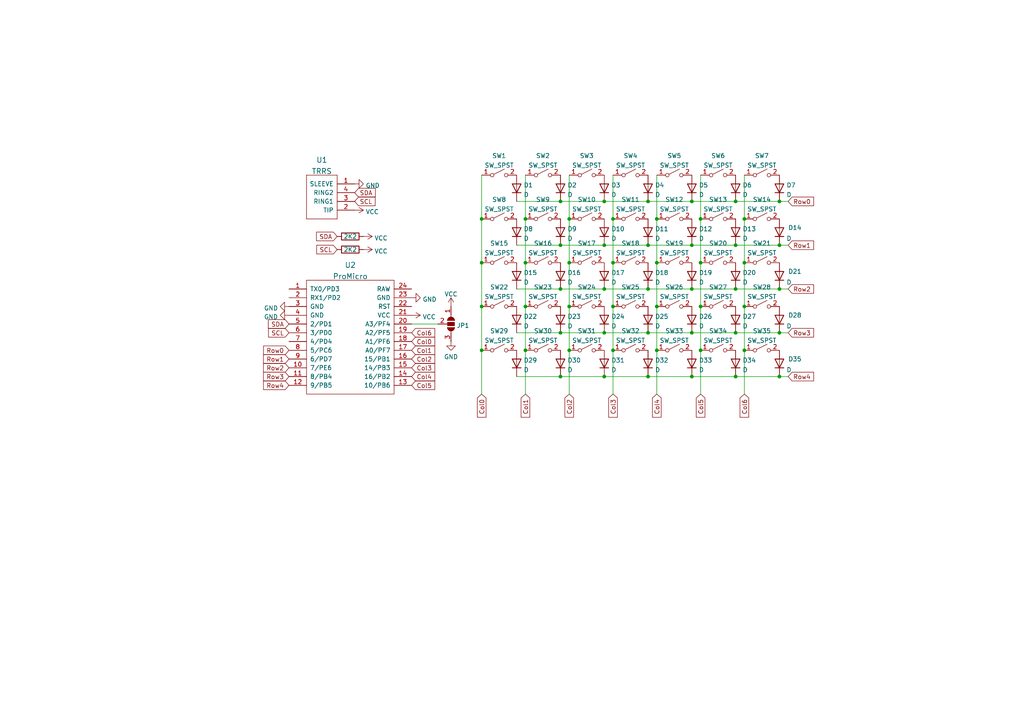
<source format=kicad_sch>
(kicad_sch (version 20211123) (generator eeschema)
  (paper "A4")
  (title_block (title "OK35 Public Release") (date "2022-03-10") (rev "0.1.2") (company "moth.monster"))
  (lib_symbols
    (symbol "Device:D" (pin_numbers hide) (pin_names (offset 1.016) hide)
      (property "Reference" "D" (at 0 2.54 0))
      (property "Value" "D" (at 0 -2.54 0))
      (symbol "D_0_1"
        (polyline (pts (xy -1.27 1.27) (xy -1.27 -1.27)) (stroke (width 0.254)))
        (polyline (pts (xy 1.27 0) (xy -1.27 0)))
        (polyline (pts (xy 1.27 1.27) (xy 1.27 -1.27) (xy -1.27 0) (xy 1.27 1.27)) (stroke (width 0.254)))
      )
      (symbol "D_1_1"
        (pin passive line (at -3.81 0 0) (length 2.54) (name "K") (number "1"))
        (pin passive line (at 3.81 0 180) (length 2.54) (name "A") (number "2"))
      )
    )
    (symbol "Device:R" (pin_numbers hide) (pin_names (offset 0))
      (property "Reference" "R" (at 2.032 0 90))
      (property "Value" "R" (at 0 0 90))
      (symbol "R_0_1"
        (rectangle (start -1.016 -2.54) (end 1.016 2.54) (stroke (width 0.254)))
      )
      (symbol "R_1_1"
        (pin passive line (at 0 3.81 270) (length 1.27) (name "~") (number "1"))
        (pin passive line (at 0 -3.81 90) (length 1.27) (name "~") (number "2"))
      )
    )
    (symbol "Jumper:SolderJumper_3_Open" (pin_names (offset 0) hide)
      (property "Reference" "JP" (at -2.54 -2.54 0))
      (property "Value" "SolderJumper_3_Open" (at 0 2.794 0))
      (symbol "SolderJumper_3_Open_0_1"
        (arc (start -1.016 1.016) (mid -2.032 0) (end -1.016 -1.016))
        (arc (start -1.016 1.016) (mid -2.032 0) (end -1.016 -1.016) (fill (type outline)))
        (rectangle (start -0.508 1.016) (end 0.508 -1.016) (fill (type outline)))
        (polyline (pts (xy -2.54 0) (xy -2.032 0)))
        (polyline (pts (xy -1.016 1.016) (xy -1.016 -1.016)))
        (polyline (pts (xy 0 -1.27) (xy 0 -1.016)))
        (polyline (pts (xy 1.016 1.016) (xy 1.016 -1.016)))
        (polyline (pts (xy 2.54 0) (xy 2.032 0)))
        (arc (start 1.016 -1.016) (mid 2.032 0) (end 1.016 1.016))
        (arc (start 1.016 -1.016) (mid 2.032 0) (end 1.016 1.016) (fill (type outline)))
      )
      (symbol "SolderJumper_3_Open_1_1"
        (pin passive line (at -5.08 0 0) (length 2.54) (name "A") (number "1"))
        (pin passive line (at 0 -3.81 90) (length 2.54) (name "C") (number "2"))
        (pin passive line (at 5.08 0 180) (length 2.54) (name "B") (number "3"))
      )
    )
    (symbol "Switch:SW_SPST" (pin_names (offset 0) hide)
      (property "Reference" "SW" (at 0 3.175 0))
      (property "Value" "SW_SPST" (at 0 -2.54 0))
      (symbol "SW_SPST_0_0"
        (circle (center -2.032 0) (radius 0.508))
        (polyline (pts (xy -1.524 0.254) (xy 1.524 1.778)))
        (circle (center 2.032 0) (radius 0.508))
      )
      (symbol "SW_SPST_1_1"
        (pin passive line (at -5.08 0 0) (length 2.54) (name "A") (number "1"))
        (pin passive line (at 5.08 0 180) (length 2.54) (name "B") (number "2"))
      )
    )
    (symbol "keebio:ProMicro" (pin_names (offset 1.016))
      (property "Reference" "U" (at 0 0 0))
      (property "Value" "ProMicro" (at 0 -19.05 0))
      (symbol "ProMicro_0_1"
        (rectangle (start -12.7 -16.51) (end 12.7 16.51))
      )
      (symbol "ProMicro_1_1"
        (pin input line (at -17.78 13.97 0) (length 5.08) (name "TX0/PD3") (number "1"))
        (pin input line (at -17.78 -8.89 0) (length 5.08) (name "7/PE6") (number "10"))
        (pin input line (at -17.78 -11.43 0) (length 5.08) (name "8/PB4") (number "11"))
        (pin input line (at -17.78 -13.97 0) (length 5.08) (name "9/PB5") (number "12"))
        (pin input line (at 17.78 -13.97 180) (length 5.08) (name "10/PB6") (number "13"))
        (pin input line (at 17.78 -11.43 180) (length 5.08) (name "16/PB2") (number "14"))
        (pin input line (at 17.78 -8.89 180) (length 5.08) (name "14/PB3") (number "15"))
        (pin input line (at 17.78 -6.35 180) (length 5.08) (name "15/PB1") (number "16"))
        (pin input line (at 17.78 -3.81 180) (length 5.08) (name "A0/PF7") (number "17"))
        (pin input line (at 17.78 -1.27 180) (length 5.08) (name "A1/PF6") (number "18"))
        (pin input line (at 17.78 1.27 180) (length 5.08) (name "A2/PF5") (number "19"))
        (pin input line (at -17.78 11.43 0) (length 5.08) (name "RX1/PD2") (number "2"))
        (pin input line (at 17.78 3.81 180) (length 5.08) (name "A3/PF4") (number "20"))
        (pin input line (at 17.78 6.35 180) (length 5.08) (name "VCC") (number "21"))
        (pin input line (at 17.78 8.89 180) (length 5.08) (name "RST") (number "22"))
        (pin input line (at 17.78 11.43 180) (length 5.08) (name "GND") (number "23"))
        (pin input line (at 17.78 13.97 180) (length 5.08) (name "RAW") (number "24"))
        (pin input line (at -17.78 8.89 0) (length 5.08) (name "GND") (number "3"))
        (pin input line (at -17.78 6.35 0) (length 5.08) (name "GND") (number "4"))
        (pin input line (at -17.78 3.81 0) (length 5.08) (name "2/PD1") (number "5"))
        (pin input line (at -17.78 1.27 0) (length 5.08) (name "3/PD0") (number "6"))
        (pin input line (at -17.78 -1.27 0) (length 5.08) (name "4/PD4") (number "7"))
        (pin input line (at -17.78 -3.81 0) (length 5.08) (name "5/PC6") (number "8"))
        (pin input line (at -17.78 -6.35 0) (length 5.08) (name "6/PD7") (number "9"))
      )
    )
    (symbol "keebio:TRRS" (pin_names (offset 1.016))
      (property "Reference" "U" (at 0 15.24 0))
      (property "Value" "TRRS" (at 0 -2.54 0))
      (symbol "TRRS_0_1"
        (rectangle (start -3.81 0) (end -3.81 12.7))
        (rectangle (start -3.81 12.7) (end 5.08 12.7))
        (rectangle (start 5.08 0) (end -3.81 0))
        (rectangle (start 5.08 12.7) (end 5.08 0))
      )
      (symbol "TRRS_1_1"
        (pin input line (at -8.89 2.54 0) (length 5.08) (name "SLEEVE") (number "1"))
        (pin input line (at -8.89 10.16 0) (length 5.08) (name "TIP") (number "2"))
        (pin input line (at -8.89 7.62 0) (length 5.08) (name "RING1") (number "3"))
        (pin input line (at -8.89 5.08 0) (length 5.08) (name "RING2") (number "4"))
      )
    )
    (symbol "power:GND" (power) (pin_names (offset 0))
      (property "Value" "GND" (at 0 -3.81 0))
      (symbol "GND_0_1"
        (polyline (pts (xy 0 0) (xy 0 -1.27) (xy 1.27 -1.27) (xy 0 -2.54) (xy -1.27 -1.27) (xy 0 -1.27)))
      )
      (symbol "GND_1_1"
        (pin power_in line (at 0 0 270) (length 0) hide (name "GND") (number "1"))
      )
    )
    (symbol "power:VCC" (power) (pin_names (offset 0))
      (property "Value" "VCC" (at 0 3.81 0))
      (symbol "VCC_0_1"
        (polyline (pts (xy -0.762 1.27) (xy 0 2.54)))
        (polyline (pts (xy 0 0) (xy 0 2.54)))
        (polyline (pts (xy 0 2.54) (xy 0.762 1.27)))
      )
      (symbol "VCC_1_1"
        (pin power_in line (at 0 0 90) (length 0) hide (name "VCC") (number "1"))
      )
    )
  )
  (junction (at 139.7 63.5))
  (junction (at 162.56 83.82))
  (junction (at 200.66 109.22))
  (junction (at 200.66 71.12))
  (junction (at 213.36 71.12))
  (junction (at 165.1 63.5))
  (junction (at 190.5 101.6))
  (junction (at 162.56 109.22))
  (junction (at 177.8 88.9))
  (junction (at 200.66 58.42))
  (junction (at 177.8 63.5))
  (junction (at 152.4 101.6))
  (junction (at 203.2 88.9))
  (junction (at 226.06 109.22))
  (junction (at 190.5 88.9))
  (junction (at 139.7 88.9))
  (junction (at 139.7 76.2))
  (junction (at 203.2 101.6))
  (junction (at 175.26 58.42))
  (junction (at 165.1 76.2))
  (junction (at 215.9 76.2))
  (junction (at 190.5 63.5))
  (junction (at 226.06 96.52))
  (junction (at 177.8 101.6))
  (junction (at 215.9 88.9))
  (junction (at 213.36 109.22))
  (junction (at 175.26 83.82))
  (junction (at 177.8 76.2))
  (junction (at 226.06 83.82))
  (junction (at 152.4 63.5))
  (junction (at 175.26 71.12))
  (junction (at 152.4 88.9))
  (junction (at 139.7 101.6))
  (junction (at 162.56 71.12))
  (junction (at 175.26 109.22))
  (junction (at 187.96 58.42))
  (junction (at 165.1 88.9))
  (junction (at 187.96 71.12))
  (junction (at 213.36 83.82))
  (junction (at 213.36 96.52))
  (junction (at 162.56 58.42))
  (junction (at 213.36 58.42))
  (junction (at 226.06 71.12))
  (junction (at 203.2 76.2))
  (junction (at 215.9 101.6))
  (junction (at 187.96 96.52))
  (junction (at 200.66 83.82))
  (junction (at 162.56 96.52))
  (junction (at 203.2 63.5))
  (junction (at 165.1 101.6))
  (junction (at 226.06 58.42))
  (junction (at 200.66 96.52))
  (junction (at 187.96 109.22))
  (junction (at 175.26 96.52))
  (junction (at 152.4 76.2))
  (junction (at 187.96 83.82))
  (junction (at 215.9 63.5))
  (junction (at 190.5 76.2))
  (wire (pts (xy 165.1 63.5) (xy 165.1 76.2)))
  (wire (pts (xy 165.1 101.6) (xy 165.1 114.3)))
  (wire (pts (xy 215.9 63.5) (xy 215.9 76.2)))
  (wire (pts (xy 175.26 71.12) (xy 187.96 71.12)))
  (wire (pts (xy 200.66 58.42) (xy 213.36 58.42)))
  (wire (pts (xy 215.9 76.2) (xy 215.9 88.9)))
  (wire (pts (xy 187.96 96.52) (xy 200.66 96.52)))
  (wire (pts (xy 119.38 93.98) (xy 127 93.98)))
  (wire (pts (xy 152.4 88.9) (xy 152.4 101.6)))
  (wire (pts (xy 165.1 76.2) (xy 165.1 88.9)))
  (wire (pts (xy 215.9 101.6) (xy 215.9 114.3)))
  (wire (pts (xy 213.36 83.82) (xy 226.06 83.82)))
  (wire (pts (xy 149.86 109.22) (xy 162.56 109.22)))
  (wire (pts (xy 152.4 101.6) (xy 152.4 114.3)))
  (wire (pts (xy 187.96 58.42) (xy 200.66 58.42)))
  (wire (pts (xy 215.9 88.9) (xy 215.9 101.6)))
  (wire (pts (xy 152.4 76.2) (xy 152.4 88.9)))
  (wire (pts (xy 187.96 109.22) (xy 200.66 109.22)))
  (wire (pts (xy 139.7 88.9) (xy 139.7 101.6)))
  (wire (pts (xy 190.5 88.9) (xy 190.5 101.6)))
  (wire (pts (xy 200.66 83.82) (xy 213.36 83.82)))
  (wire (pts (xy 226.06 58.42) (xy 228.6 58.42)))
  (wire (pts (xy 203.2 88.9) (xy 203.2 101.6)))
  (wire (pts (xy 203.2 76.2) (xy 203.2 88.9)))
  (wire (pts (xy 203.2 50.8) (xy 203.2 63.5)))
  (wire (pts (xy 162.56 83.82) (xy 175.26 83.82)))
  (wire (pts (xy 162.56 71.12) (xy 175.26 71.12)))
  (wire (pts (xy 177.8 101.6) (xy 177.8 114.3)))
  (wire (pts (xy 139.7 101.6) (xy 139.7 114.3)))
  (wire (pts (xy 175.26 58.42) (xy 187.96 58.42)))
  (wire (pts (xy 162.56 96.52) (xy 175.26 96.52)))
  (wire (pts (xy 226.06 83.82) (xy 228.6 83.82)))
  (wire (pts (xy 149.86 71.12) (xy 162.56 71.12)))
  (wire (pts (xy 177.8 76.2) (xy 177.8 88.9)))
  (wire (pts (xy 152.4 50.8) (xy 152.4 63.5)))
  (wire (pts (xy 152.4 63.5) (xy 152.4 76.2)))
  (wire (pts (xy 177.8 63.5) (xy 177.8 76.2)))
  (wire (pts (xy 203.2 101.6) (xy 203.2 114.3)))
  (wire (pts (xy 226.06 109.22) (xy 228.6 109.22)))
  (wire (pts (xy 215.9 50.8) (xy 215.9 63.5)))
  (wire (pts (xy 162.56 109.22) (xy 175.26 109.22)))
  (wire (pts (xy 149.86 96.52) (xy 162.56 96.52)))
  (wire (pts (xy 203.2 63.5) (xy 203.2 76.2)))
  (wire (pts (xy 213.36 71.12) (xy 226.06 71.12)))
  (wire (pts (xy 226.06 96.52) (xy 228.6 96.52)))
  (wire (pts (xy 165.1 88.9) (xy 165.1 101.6)))
  (wire (pts (xy 175.26 83.82) (xy 187.96 83.82)))
  (wire (pts (xy 200.66 109.22) (xy 213.36 109.22)))
  (wire (pts (xy 200.66 96.52) (xy 213.36 96.52)))
  (wire (pts (xy 190.5 76.2) (xy 190.5 88.9)))
  (wire (pts (xy 139.7 50.8) (xy 139.7 63.5)))
  (wire (pts (xy 149.86 58.42) (xy 162.56 58.42)))
  (wire (pts (xy 190.5 50.8) (xy 190.5 63.5)))
  (wire (pts (xy 139.7 76.2) (xy 139.7 88.9)))
  (wire (pts (xy 213.36 58.42) (xy 226.06 58.42)))
  (wire (pts (xy 187.96 71.12) (xy 200.66 71.12)))
  (wire (pts (xy 213.36 109.22) (xy 226.06 109.22)))
  (wire (pts (xy 226.06 71.12) (xy 228.6 71.12)))
  (wire (pts (xy 175.26 96.52) (xy 187.96 96.52)))
  (wire (pts (xy 175.26 109.22) (xy 187.96 109.22)))
  (wire (pts (xy 213.36 96.52) (xy 226.06 96.52)))
  (wire (pts (xy 149.86 83.82) (xy 162.56 83.82)))
  (wire (pts (xy 177.8 50.8) (xy 177.8 63.5)))
  (wire (pts (xy 139.7 63.5) (xy 139.7 76.2)))
  (wire (pts (xy 162.56 58.42) (xy 175.26 58.42)))
  (wire (pts (xy 190.5 63.5) (xy 190.5 76.2)))
  (wire (pts (xy 190.5 101.6) (xy 190.5 114.3)))
  (wire (pts (xy 187.96 83.82) (xy 200.66 83.82)))
  (wire (pts (xy 165.1 50.8) (xy 165.1 63.5)))
  (wire (pts (xy 200.66 71.12) (xy 213.36 71.12)))
  (wire (pts (xy 177.8 88.9) (xy 177.8 101.6)))
  (global_label "Col6" (shape input) (at 215.9 114.3 270) (property "Intersheet References" "${INTERSHEET_REFS}" (effects hide)))
  (global_label "Col1" (shape input) (at 152.4 114.3 270) (property "Intersheet References" "${INTERSHEET_REFS}" (effects hide)))
  (global_label "Col0" (shape input) (at 119.38 99.06 0) (property "Intersheet References" "${INTERSHEET_REFS}" (effects hide)))
  (global_label "Row1" (shape input) (at 83.82 104.14 180) (property "Intersheet References" "${INTERSHEET_REFS}" (effects hide)))
  (global_label "Col5" (shape input) (at 119.38 111.76 0) (property "Intersheet References" "${INTERSHEET_REFS}" (effects hide)))
  (global_label "Row2" (shape input) (at 228.6 83.82 0) (property "Intersheet References" "${INTERSHEET_REFS}" (effects hide)))
  (global_label "Col4" (shape input) (at 119.38 109.22 0) (property "Intersheet References" "${INTERSHEET_REFS}" (effects hide)))
  (global_label "Row4" (shape input) (at 228.6 109.22 0) (property "Intersheet References" "${INTERSHEET_REFS}" (effects hide)))
  (global_label "Col0" (shape input) (at 139.7 114.3 270) (property "Intersheet References" "${INTERSHEET_REFS}" (effects hide)))
  (global_label "Row0" (shape input) (at 228.6 58.42 0) (property "Intersheet References" "${INTERSHEET_REFS}" (effects hide)))
  (global_label "SCL" (shape input) (at 83.82 96.52 180) (property "Intersheet References" "${INTERSHEET_REFS}" (effects hide)))
  (global_label "SCL" (shape input) (at 102.87 58.42 0) (property "Intersheet References" "${INTERSHEET_REFS}" (effects hide)))
  (global_label "Col2" (shape input) (at 165.1 114.3 270) (property "Intersheet References" "${INTERSHEET_REFS}" (effects hide)))
  (global_label "Row3" (shape input) (at 228.6 96.52 0) (property "Intersheet References" "${INTERSHEET_REFS}" (effects hide)))
  (global_label "Row0" (shape input) (at 83.82 101.6 180) (property "Intersheet References" "${INTERSHEET_REFS}" (effects hide)))
  (global_label "Row2" (shape input) (at 83.82 106.68 180) (property "Intersheet References" "${INTERSHEET_REFS}" (effects hide)))
  (global_label "Row4" (shape input) (at 83.82 111.76 180) (property "Intersheet References" "${INTERSHEET_REFS}" (effects hide)))
  (global_label "Row1" (shape input) (at 228.6 71.12 0) (property "Intersheet References" "${INTERSHEET_REFS}" (effects hide)))
  (global_label "Row3" (shape input) (at 83.82 109.22 180) (property "Intersheet References" "${INTERSHEET_REFS}" (effects hide)))
  (global_label "Col4" (shape input) (at 190.5 114.3 270) (property "Intersheet References" "${INTERSHEET_REFS}" (effects hide)))
  (global_label "Col3" (shape input) (at 177.8 114.3 270) (property "Intersheet References" "${INTERSHEET_REFS}" (effects hide)))
  (global_label "Col2" (shape input) (at 119.38 104.14 0) (property "Intersheet References" "${INTERSHEET_REFS}" (effects hide)))
  (global_label "Col6" (shape input) (at 119.38 96.52 0) (property "Intersheet References" "${INTERSHEET_REFS}" (effects hide)))
  (global_label "Col3" (shape input) (at 119.38 106.68 0) (property "Intersheet References" "${INTERSHEET_REFS}" (effects hide)))
  (global_label "SDA" (shape input) (at 97.79 68.58 180) (property "Intersheet References" "${INTERSHEET_REFS}" (effects hide)))
  (global_label "Col5" (shape input) (at 203.2 114.3 270) (property "Intersheet References" "${INTERSHEET_REFS}" (effects hide)))
  (global_label "SDA" (shape input) (at 83.82 93.98 180) (property "Intersheet References" "${INTERSHEET_REFS}" (effects hide)))
  (global_label "Col1" (shape input) (at 119.38 101.6 0) (property "Intersheet References" "${INTERSHEET_REFS}" (effects hide)))
  (global_label "SDA" (shape input) (at 102.87 55.88 0) (property "Intersheet References" "${INTERSHEET_REFS}" (effects hide)))
  (global_label "SCL" (shape input) (at 97.79 72.39 180) (property "Intersheet References" "${INTERSHEET_REFS}" (effects hide)))
  (symbol (lib_id "Device:D") (at 162.56 80.01 90) (unit 1)
    (property "Reference" "D16" (at 164.592 79.1015 90) (effects (justify right)))
    (property "Value" "D" (at 164.592 81.8766 90) (effects (justify right)))
    (property "Footprint" "keebio:MD_Diode" (effects hide))
  )
  (symbol (lib_id "Device:D") (at 149.86 54.61 90) (unit 1)
    (property "Reference" "D1" (at 151.892 53.7015 90) (effects (justify right)))
    (property "Value" "D" (at 151.892 56.4766 90) (effects (justify right)))
    (property "Footprint" "keebio:MD_Diode" (effects hide))
  )
  (symbol (lib_id "Switch:SW_SPST") (at 195.58 63.5 0) (unit 1)
    (property "Reference" "SW12" (at 195.58 57.8825 0))
    (property "Value" "SW_SPST" (at 195.58 60.6576 0))
    (property "Footprint" "keebio:MX-Alps-Choc-1U-NoLED" (effects hide))
  )
  (symbol (lib_id "Device:D") (at 149.86 80.01 90) (unit 1)
    (property "Reference" "D15" (at 151.892 79.1015 90) (effects (justify right)))
    (property "Value" "D" (at 151.892 81.8766 90) (effects (justify right)))
    (property "Footprint" "keebio:MD_Diode" (effects hide))
  )
  (symbol (lib_id "Device:D") (at 175.26 92.71 90) (unit 1)
    (property "Reference" "D24" (at 177.292 91.8015 90) (effects (justify right)))
    (property "Value" "D" (at 177.292 94.5766 90) (effects (justify right)))
    (property "Footprint" "keebio:MD_Diode" (effects hide))
  )
  (symbol (lib_id "Device:D") (at 226.06 92.71 90) (unit 1)
    (property "Reference" "D28" (at 228.6 91.44 90) (effects (justify right)))
    (property "Value" "D" (at 228.092 94.5766 90) (effects (justify right)))
    (property "Footprint" "keebio:MD_Diode" (effects hide))
  )
  (symbol (lib_id "Switch:SW_SPST") (at 157.48 63.5 0) (unit 1)
    (property "Reference" "SW9" (at 157.48 57.8825 0))
    (property "Value" "SW_SPST" (at 157.48 60.6576 0))
    (property "Footprint" "keebio:MX-Alps-Choc-1U-NoLED" (effects hide))
  )
  (symbol (lib_id "Switch:SW_SPST") (at 195.58 76.2 0) (unit 1)
    (property "Reference" "SW19" (at 195.58 70.5825 0))
    (property "Value" "SW_SPST" (at 195.58 73.3576 0))
    (property "Footprint" "keebio:MX-Alps-Choc-1U-NoLED" (effects hide))
  )
  (symbol (lib_id "Device:D") (at 226.06 105.41 90) (unit 1)
    (property "Reference" "D35" (at 228.6 104.14 90) (effects (justify right)))
    (property "Value" "D" (at 228.092 107.2766 90) (effects (justify right)))
    (property "Footprint" "keebio:MD_Diode" (effects hide))
  )
  (symbol (lib_id "Device:D") (at 226.06 80.01 90) (unit 1)
    (property "Reference" "D21" (at 228.6 78.74 90) (effects (justify right)))
    (property "Value" "D" (at 228.092 81.8766 90) (effects (justify right)))
    (property "Footprint" "keebio:MD_Diode" (effects hide))
  )
  (symbol (lib_id "Switch:SW_SPST") (at 195.58 50.8 0) (unit 1)
    (property "Reference" "SW5" (at 195.58 45.1825 0))
    (property "Value" "SW_SPST" (at 195.58 47.9576 0))
    (property "Footprint" "keebio:MX-Alps-Choc-1U-NoLED" (effects hide))
  )
  (symbol (lib_id "Device:D") (at 200.66 67.31 90) (unit 1)
    (property "Reference" "D12" (at 202.692 66.4015 90) (effects (justify right)))
    (property "Value" "D" (at 202.692 69.1766 90) (effects (justify right)))
    (property "Footprint" "keebio:MD_Diode" (effects hide))
  )
  (symbol (lib_id "Switch:SW_SPST") (at 170.18 101.6 0) (unit 1)
    (property "Reference" "SW31" (at 170.18 95.9825 0))
    (property "Value" "SW_SPST" (at 170.18 98.7576 0))
    (property "Footprint" "keebio:MX-Alps-Choc-1U-NoLED" (effects hide))
  )
  (symbol (lib_id "Device:D") (at 187.96 105.41 90) (unit 1)
    (property "Reference" "D32" (at 189.992 104.5015 90) (effects (justify right)))
    (property "Value" "D" (at 189.992 107.2766 90) (effects (justify right)))
    (property "Footprint" "keebio:MD_Diode" (effects hide))
  )
  (symbol (lib_id "Device:D") (at 162.56 105.41 90) (unit 1)
    (property "Reference" "D30" (at 164.592 104.5015 90) (effects (justify right)))
    (property "Value" "D" (at 164.592 107.2766 90) (effects (justify right)))
    (property "Footprint" "keebio:MD_Diode" (effects hide))
  )
  (symbol (lib_id "Switch:SW_SPST") (at 208.28 76.2 0) (unit 1)
    (property "Reference" "SW20" (at 208.28 70.5825 0))
    (property "Value" "SW_SPST" (at 208.28 73.3576 0))
    (property "Footprint" "keebio:MX-Alps-Choc-1U-NoLED" (effects hide))
  )
  (symbol (lib_id "Device:D") (at 226.06 67.31 90) (unit 1)
    (property "Reference" "D14" (at 228.6 66.04 90) (effects (justify right)))
    (property "Value" "D" (at 228.092 69.1766 90) (effects (justify right)))
    (property "Footprint" "keebio:MD_Diode" (effects hide))
  )
  (symbol (lib_id "Switch:SW_SPST") (at 195.58 101.6 0) (unit 1)
    (property "Reference" "SW33" (at 195.58 95.9825 0))
    (property "Value" "SW_SPST" (at 195.58 98.7576 0))
    (property "Footprint" "keebio:MX-Alps-Choc-1U-NoLED" (effects hide))
  )
  (symbol (lib_id "Device:D") (at 213.36 92.71 90) (unit 1)
    (property "Reference" "D27" (at 215.392 91.8015 90) (effects (justify right)))
    (property "Value" "D" (at 215.392 94.5766 90) (effects (justify right)))
    (property "Footprint" "keebio:MD_Diode" (effects hide))
  )
  (symbol (lib_id "Switch:SW_SPST") (at 208.28 101.6 0) (unit 1)
    (property "Reference" "SW34" (at 208.28 95.9825 0))
    (property "Value" "SW_SPST" (at 208.28 98.7576 0))
    (property "Footprint" "keebio:MX-Alps-Choc-1U-NoLED" (effects hide))
  )
  (symbol (lib_id "Switch:SW_SPST") (at 220.98 63.5 0) (unit 1)
    (property "Reference" "SW14" (at 220.98 57.8825 0))
    (property "Value" "SW_SPST" (at 220.98 60.6576 0))
    (property "Footprint" "keebio:MX-Alps-Choc-1U-NoLED" (effects hide))
  )
  (symbol (lib_id "Device:D") (at 200.66 54.61 90) (unit 1)
    (property "Reference" "D5" (at 202.692 53.7015 90) (effects (justify right)))
    (property "Value" "D" (at 202.692 56.4766 90) (effects (justify right)))
    (property "Footprint" "keebio:MD_Diode" (effects hide))
  )
  (symbol (lib_id "Switch:SW_SPST") (at 170.18 88.9 0) (unit 1)
    (property "Reference" "SW24" (at 170.18 83.2825 0))
    (property "Value" "SW_SPST" (at 170.18 86.0576 0))
    (property "Footprint" "keebio:MX-Alps-Choc-1U-NoLED" (effects hide))
  )
  (symbol (lib_id "Device:R") (at 101.6 68.58 90) (unit 1)
    (property "Reference" "R1" (effects hide))
    (property "Value" "2K2" (at 101.6 68.58 90))
    (property "Footprint" "Resistor_THT:R_Axial_DIN0207_L6.3mm_D2.5mm_P7.62mm_Horizontal" (effects hide))
  )
  (symbol (lib_id "Switch:SW_SPST") (at 144.78 76.2 0) (unit 1)
    (property "Reference" "SW15" (at 144.78 70.5825 0))
    (property "Value" "SW_SPST" (at 144.78 73.3576 0))
    (property "Footprint" "keebio:MX-Alps-Choc-1U-NoLED" (effects hide))
  )
  (symbol (lib_id "Device:D") (at 187.96 67.31 90) (unit 1)
    (property "Reference" "D11" (at 189.992 66.4015 90) (effects (justify right)))
    (property "Value" "D" (at 189.992 69.1766 90) (effects (justify right)))
    (property "Footprint" "keebio:MD_Diode" (effects hide))
  )
  (symbol (lib_id "Device:D") (at 149.86 92.71 90) (unit 1)
    (property "Reference" "D22" (at 151.892 91.8015 90) (effects (justify right)))
    (property "Value" "D" (at 151.892 94.5766 90) (effects (justify right)))
    (property "Footprint" "keebio:MD_Diode" (effects hide))
  )
  (symbol (lib_id "Device:D") (at 149.86 67.31 90) (unit 1)
    (property "Reference" "D8" (at 151.892 66.4015 90) (effects (justify right)))
    (property "Value" "D" (at 151.892 69.1766 90) (effects (justify right)))
    (property "Footprint" "keebio:MD_Diode" (effects hide))
  )
  (symbol (lib_id "Switch:SW_SPST") (at 144.78 63.5 0) (unit 1)
    (property "Reference" "SW8" (at 144.78 57.8825 0))
    (property "Value" "SW_SPST" (at 144.78 60.6576 0))
    (property "Footprint" "keebio:MX-Alps-Choc-1U-NoLED" (effects hide))
  )
  (symbol (lib_id "Switch:SW_SPST") (at 182.88 101.6 0) (unit 1)
    (property "Reference" "SW32" (at 182.88 95.9825 0))
    (property "Value" "SW_SPST" (at 182.88 98.7576 0))
    (property "Footprint" "keebio:MX-Alps-Choc-1U-NoLED" (effects hide))
  )
  (symbol (lib_id "Switch:SW_SPST") (at 157.48 88.9 0) (unit 1)
    (property "Reference" "SW23" (at 157.48 83.2825 0))
    (property "Value" "SW_SPST" (at 157.48 86.0576 0))
    (property "Footprint" "keebio:MX-Alps-Choc-1U-NoLED" (effects hide))
  )
  (symbol (lib_id "Switch:SW_SPST") (at 170.18 63.5 0) (unit 1)
    (property "Reference" "SW10" (at 170.18 57.8825 0))
    (property "Value" "SW_SPST" (at 170.18 60.6576 0))
    (property "Footprint" "keebio:MX-Alps-Choc-1U-NoLED" (effects hide))
  )
  (symbol (lib_id "Device:D") (at 175.26 105.41 90) (unit 1)
    (property "Reference" "D31" (at 177.292 104.5015 90) (effects (justify right)))
    (property "Value" "D" (at 177.292 107.2766 90) (effects (justify right)))
    (property "Footprint" "keebio:MD_Diode" (effects hide))
  )
  (symbol (lib_id "Switch:SW_SPST") (at 170.18 50.8 0) (unit 1)
    (property "Reference" "SW3" (at 170.18 45.1825 0))
    (property "Value" "SW_SPST" (at 170.18 47.9576 0))
    (property "Footprint" "keebio:MX-Alps-Choc-1U-NoLED" (effects hide))
  )
  (symbol (lib_id "power:VCC") (at 105.41 68.58 270) (unit 1)
    (property "Reference" "#PWR01" (effects hide))
    (property "Value" "VCC" (at 108.585 69.059 90) (effects (justify left)))
  )
  (symbol (lib_id "power:GND") (at 119.38 86.36 90) (unit 1)
    (property "Reference" "#PWR04" (effects hide))
    (property "Value" "GND" (at 122.555 86.839 90) (effects (justify right)))
  )
  (symbol (lib_id "Switch:SW_SPST") (at 220.98 101.6 0) (unit 1)
    (property "Reference" "SW35" (at 220.98 95.9825 0))
    (property "Value" "SW_SPST" (at 220.98 98.7576 0))
    (property "Footprint" "keebio:MX-Alps-Choc-1U-NoLED" (effects hide))
  )
  (symbol (lib_id "Device:D") (at 162.56 67.31 90) (unit 1)
    (property "Reference" "D9" (at 164.592 66.4015 90) (effects (justify right)))
    (property "Value" "D" (at 164.592 69.1766 90) (effects (justify right)))
    (property "Footprint" "keebio:MD_Diode" (effects hide))
  )
  (symbol (lib_id "Device:D") (at 200.66 80.01 90) (unit 1)
    (property "Reference" "D19" (at 202.692 79.1015 90) (effects (justify right)))
    (property "Value" "D" (at 202.692 81.8766 90) (effects (justify right)))
    (property "Footprint" "keebio:MD_Diode" (effects hide))
  )
  (symbol (lib_id "power:VCC") (at 102.87 60.96 270) (unit 1)
    (property "Reference" "#PWR06" (effects hide))
    (property "Value" "VCC" (at 106.045 61.439 90) (effects (justify left)))
  )
  (symbol (lib_id "power:VCC") (at 130.81 88.9 0) (unit 1)
    (property "Reference" "#PWR0101" (effects hide))
    (property "Value" "VCC" (at 130.81 85.3242 0))
  )
  (symbol (lib_id "Device:D") (at 213.36 54.61 90) (unit 1)
    (property "Reference" "D6" (at 215.392 53.7015 90) (effects (justify right)))
    (property "Value" "D" (at 215.392 56.4766 90) (effects (justify right)))
    (property "Footprint" "keebio:MD_Diode" (effects hide))
  )
  (symbol (lib_id "Device:D") (at 200.66 92.71 90) (unit 1)
    (property "Reference" "D26" (at 202.692 91.8015 90) (effects (justify right)))
    (property "Value" "D" (at 202.692 94.5766 90) (effects (justify right)))
    (property "Footprint" "keebio:MD_Diode" (effects hide))
  )
  (symbol (lib_id "Switch:SW_SPST") (at 220.98 50.8 0) (unit 1)
    (property "Reference" "SW7" (at 220.98 45.1825 0))
    (property "Value" "SW_SPST" (at 220.98 47.9576 0))
    (property "Footprint" "keebio:MX-Alps-Choc-1U-NoLED" (effects hide))
  )
  (symbol (lib_id "Device:D") (at 213.36 105.41 90) (unit 1)
    (property "Reference" "D34" (at 215.392 104.5015 90) (effects (justify right)))
    (property "Value" "D" (at 215.392 107.2766 90) (effects (justify right)))
    (property "Footprint" "keebio:MD_Diode" (effects hide))
  )
  (symbol (lib_id "Jumper:SolderJumper_3_Open") (at 130.81 93.98 270) (unit 1)
    (property "Reference" "JP1" (at 132.461 94.4138 90) (effects (justify left)))
    (property "Value" "SolderJumper_3_Open" (effects hide))
    (property "Footprint" "Jumper:SolderJumper-3_P2.0mm_Open_TrianglePad1.0x1.5mm" (effects hide))
  )
  (symbol (lib_id "Switch:SW_SPST") (at 182.88 88.9 0) (unit 1)
    (property "Reference" "SW25" (at 182.88 83.2825 0))
    (property "Value" "SW_SPST" (at 182.88 86.0576 0))
    (property "Footprint" "keebio:MX-Alps-Choc-1U-NoLED" (effects hide))
  )
  (symbol (lib_id "Switch:SW_SPST") (at 170.18 76.2 0) (unit 1)
    (property "Reference" "SW17" (at 170.18 70.5825 0))
    (property "Value" "SW_SPST" (at 170.18 73.3576 0))
    (property "Footprint" "keebio:MX-Alps-Choc-1U-NoLED" (effects hide))
  )
  (symbol (lib_id "Switch:SW_SPST") (at 182.88 63.5 0) (unit 1)
    (property "Reference" "SW11" (at 182.88 57.8825 0))
    (property "Value" "SW_SPST" (at 182.88 60.6576 0))
    (property "Footprint" "keebio:MX-Alps-Choc-1U-NoLED" (effects hide))
  )
  (symbol (lib_id "Device:D") (at 175.26 67.31 90) (unit 1)
    (property "Reference" "D10" (at 177.292 66.4015 90) (effects (justify right)))
    (property "Value" "D" (at 177.292 69.1766 90) (effects (justify right)))
    (property "Footprint" "keebio:MD_Diode" (effects hide))
  )
  (symbol (lib_id "Device:D") (at 149.86 105.41 90) (unit 1)
    (property "Reference" "D29" (at 151.892 104.5015 90) (effects (justify right)))
    (property "Value" "D" (at 151.892 107.2766 90) (effects (justify right)))
    (property "Footprint" "keebio:MD_Diode" (effects hide))
  )
  (symbol (lib_id "Switch:SW_SPST") (at 157.48 101.6 0) (unit 1)
    (property "Reference" "SW30" (at 157.48 95.9825 0))
    (property "Value" "SW_SPST" (at 157.48 98.7576 0))
    (property "Footprint" "keebio:MX-Alps-Choc-1U-NoLED" (effects hide))
  )
  (symbol (lib_id "Device:D") (at 162.56 92.71 90) (unit 1)
    (property "Reference" "D23" (at 164.592 91.8015 90) (effects (justify right)))
    (property "Value" "D" (at 164.592 94.5766 90) (effects (justify right)))
    (property "Footprint" "keebio:MD_Diode" (effects hide))
  )
  (symbol (lib_id "Device:R") (at 101.6 72.39 90) (unit 1)
    (property "Reference" "R2" (effects hide))
    (property "Value" "2K2" (at 101.6 72.39 90))
    (property "Footprint" "Resistor_THT:R_Axial_DIN0207_L6.3mm_D2.5mm_P7.62mm_Horizontal" (effects hide))
  )
  (symbol (lib_id "power:VCC") (at 105.41 72.39 270) (unit 1)
    (property "Reference" "#PWR02" (effects hide))
    (property "Value" "VCC" (at 108.585 72.869 90) (effects (justify left)))
  )
  (symbol (lib_id "Switch:SW_SPST") (at 220.98 76.2 0) (unit 1)
    (property "Reference" "SW21" (at 220.98 70.5825 0))
    (property "Value" "SW_SPST" (at 220.98 73.3576 0))
    (property "Footprint" "keebio:MX-Alps-Choc-1U-NoLED" (effects hide))
  )
  (symbol (lib_id "Switch:SW_SPST") (at 195.58 88.9 0) (unit 1)
    (property "Reference" "SW26" (at 195.58 83.2825 0))
    (property "Value" "SW_SPST" (at 195.58 86.0576 0))
    (property "Footprint" "keebio:MX-Alps-Choc-1U-NoLED" (effects hide))
  )
  (symbol (lib_id "power:GND") (at 130.81 99.06 0) (unit 1)
    (property "Reference" "#PWR0102" (effects hide))
    (property "Value" "GND" (at 130.81 103.5034 0))
  )
  (symbol (lib_id "Switch:SW_SPST") (at 157.48 50.8 0) (unit 1)
    (property "Reference" "SW2" (at 157.48 45.1825 0))
    (property "Value" "SW_SPST" (at 157.48 47.9576 0))
    (property "Footprint" "keebio:MX-Alps-Choc-1U-NoLED" (effects hide))
  )
  (symbol (lib_id "Device:D") (at 162.56 54.61 90) (unit 1)
    (property "Reference" "D2" (at 164.592 53.7015 90) (effects (justify right)))
    (property "Value" "D" (at 164.592 56.4766 90) (effects (justify right)))
    (property "Footprint" "keebio:MD_Diode" (effects hide))
  )
  (symbol (lib_id "Device:D") (at 213.36 80.01 90) (unit 1)
    (property "Reference" "D20" (at 215.392 79.1015 90) (effects (justify right)))
    (property "Value" "D" (at 215.392 81.8766 90) (effects (justify right)))
    (property "Footprint" "keebio:MD_Diode" (effects hide))
  )
  (symbol (lib_id "Switch:SW_SPST") (at 182.88 76.2 0) (unit 1)
    (property "Reference" "SW18" (at 182.88 70.5825 0))
    (property "Value" "SW_SPST" (at 182.88 73.3576 0))
    (property "Footprint" "keebio:MX-Alps-Choc-1U-NoLED" (effects hide))
  )
  (symbol (lib_id "Switch:SW_SPST") (at 144.78 88.9 0) (unit 1)
    (property "Reference" "SW22" (at 144.78 83.2825 0))
    (property "Value" "SW_SPST" (at 144.78 86.0576 0))
    (property "Footprint" "keebio:MX-Alps-Choc-1U-NoLED" (effects hide))
  )
  (symbol (lib_id "power:GND") (at 102.87 53.34 90) (unit 1)
    (property "Reference" "#PWR03" (effects hide))
    (property "Value" "GND" (at 106.045 53.819 90) (effects (justify right)))
  )
  (symbol (lib_id "Switch:SW_SPST") (at 144.78 50.8 0) (unit 1)
    (property "Reference" "SW1" (at 144.78 45.1825 0))
    (property "Value" "SW_SPST" (at 144.78 47.9576 0))
    (property "Footprint" "keebio:MX-Alps-Choc-1U-NoLED" (effects hide))
  )
  (symbol (lib_id "Switch:SW_SPST") (at 208.28 50.8 0) (unit 1)
    (property "Reference" "SW6" (at 208.28 45.1825 0))
    (property "Value" "SW_SPST" (at 208.28 47.9576 0))
    (property "Footprint" "keebio:MX-Alps-Choc-1U-NoLED" (effects hide))
  )
  (symbol (lib_id "keebio:ProMicro") (at 101.6 97.79 0) (unit 1)
    (property "Reference" "U2" (at 101.6 76.8761 0) (effects (font (size 1.524 1.524))))
    (property "Value" "ProMicro" (at 101.6 80.1551 0) (effects (font (size 1.524 1.524))))
    (property "Footprint" "keebio:ArduinoProMicro-ZigZag" (effects hide))
  )
  (symbol (lib_id "Switch:SW_SPST") (at 220.98 88.9 0) (unit 1)
    (property "Reference" "SW28" (at 220.98 83.2825 0))
    (property "Value" "SW_SPST" (at 220.98 86.0576 0))
    (property "Footprint" "keebio:MX-Alps-Choc-1U-NoLED" (effects hide))
  )
  (symbol (lib_id "Switch:SW_SPST") (at 208.28 63.5 0) (unit 1)
    (property "Reference" "SW13" (at 208.28 57.8825 0))
    (property "Value" "SW_SPST" (at 208.28 60.6576 0))
    (property "Footprint" "keebio:MX-Alps-Choc-1U-NoLED" (effects hide))
  )
  (symbol (lib_id "Device:D") (at 175.26 80.01 90) (unit 1)
    (property "Reference" "D17" (at 177.292 79.1015 90) (effects (justify right)))
    (property "Value" "D" (at 177.292 81.8766 90) (effects (justify right)))
    (property "Footprint" "keebio:MD_Diode" (effects hide))
  )
  (symbol (lib_id "Device:D") (at 175.26 54.61 90) (unit 1)
    (property "Reference" "D3" (at 177.292 53.7015 90) (effects (justify right)))
    (property "Value" "D" (at 177.292 56.4766 90) (effects (justify right)))
    (property "Footprint" "keebio:MD_Diode" (effects hide))
  )
  (symbol (lib_id "power:GND") (at 83.82 88.9 270) (unit 1)
    (property "Reference" "#PWR05" (effects hide))
    (property "Value" "GND" (at 80.6451 89.379 90) (effects (justify right)))
  )
  (symbol (lib_id "Device:D") (at 187.96 92.71 90) (unit 1)
    (property "Reference" "D25" (at 189.992 91.8015 90) (effects (justify right)))
    (property "Value" "D" (at 189.992 94.5766 90) (effects (justify right)))
    (property "Footprint" "keebio:MD_Diode" (effects hide))
  )
  (symbol (lib_id "Switch:SW_SPST") (at 157.48 76.2 0) (unit 1)
    (property "Reference" "SW16" (at 157.48 70.5825 0))
    (property "Value" "SW_SPST" (at 157.48 73.3576 0))
    (property "Footprint" "keebio:MX-Alps-Choc-1U-NoLED" (effects hide))
  )
  (symbol (lib_id "Device:D") (at 200.66 105.41 90) (unit 1)
    (property "Reference" "D33" (at 202.692 104.5015 90) (effects (justify right)))
    (property "Value" "D" (at 202.692 107.2766 90) (effects (justify right)))
    (property "Footprint" "keebio:MD_Diode" (effects hide))
  )
  (symbol (lib_id "Device:D") (at 226.06 54.61 90) (unit 1)
    (property "Reference" "D7" (at 228.092 53.7015 90) (effects (justify right)))
    (property "Value" "D" (at 228.092 56.4766 90) (effects (justify right)))
    (property "Footprint" "keebio:MD_Diode" (effects hide))
  )
  (symbol (lib_id "power:VCC") (at 119.38 91.44 270) (unit 1)
    (property "Reference" "#PWR08" (effects hide))
    (property "Value" "VCC" (at 122.555 91.919 90) (effects (justify left)))
  )
  (symbol (lib_id "Device:D") (at 213.36 67.31 90) (unit 1)
    (property "Reference" "D13" (at 215.392 66.4015 90) (effects (justify right)))
    (property "Value" "D" (at 215.392 69.1766 90) (effects (justify right)))
    (property "Footprint" "keebio:MD_Diode" (effects hide))
  )
  (symbol (lib_id "Switch:SW_SPST") (at 208.28 88.9 0) (unit 1)
    (property "Reference" "SW27" (at 208.28 83.2825 0))
    (property "Value" "SW_SPST" (at 208.28 86.0576 0))
    (property "Footprint" "keebio:MX-Alps-Choc-1U-NoLED" (effects hide))
  )
  (symbol (lib_id "Switch:SW_SPST") (at 182.88 50.8 0) (unit 1)
    (property "Reference" "SW4" (at 182.88 45.1825 0))
    (property "Value" "SW_SPST" (at 182.88 47.9576 0))
    (property "Footprint" "keebio:MX-Alps-Choc-1U-NoLED" (effects hide))
  )
  (symbol (lib_id "Device:D") (at 187.96 54.61 90) (unit 1)
    (property "Reference" "D4" (at 189.992 53.7015 90) (effects (justify right)))
    (property "Value" "D" (at 189.992 56.4766 90) (effects (justify right)))
    (property "Footprint" "keebio:MD_Diode" (effects hide))
  )
  (symbol (lib_id "Switch:SW_SPST") (at 144.78 101.6 0) (unit 1)
    (property "Reference" "SW29" (at 144.78 95.9825 0))
    (property "Value" "SW_SPST" (at 144.78 98.7576 0))
    (property "Footprint" "keebio:MX-Alps-Choc-1U-NoLED" (effects hide))
  )
  (symbol (lib_id "Device:D") (at 187.96 80.01 90) (unit 1)
    (property "Reference" "D18" (at 189.992 79.1015 90) (effects (justify right)))
    (property "Value" "D" (at 189.992 81.8766 90) (effects (justify right)))
    (property "Footprint" "keebio:MD_Diode" (effects hide))
  )
  (symbol (lib_id "keebio:TRRS") (at 93.98 50.8 180) (unit 1)
    (property "Reference" "U1" (at 93.345 46.3961 0) (effects (font (size 1.524 1.524))))
    (property "Value" "TRRS" (at 93.345 49.6751 0) (effects (font (size 1.524 1.524))))
    (property "Footprint" "keebio:TRRS-PJ-320A" (effects hide))
  )
  (symbol (lib_id "power:GND") (at 83.82 91.44 270) (unit 1)
    (property "Reference" "#PWR07" (effects hide))
    (property "Value" "GND" (at 80.6451 91.919 90) (effects (justify right)))
  )
)
</source>
